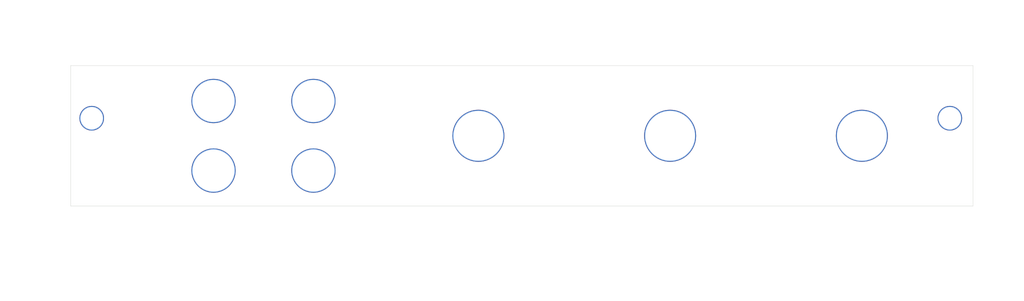
<source format=kicad_pcb>
(kicad_pcb (version 20171130) (host pcbnew 5.1.6-c6e7f7d~87~ubuntu20.04.1)

  (general
    (thickness 1.6)
    (drawings 4)
    (tracks 9)
    (zones 0)
    (modules 0)
    (nets 2)
  )

  (page A4)
  (layers
    (0 Top signal)
    (1 Route2 signal)
    (2 Route15 signal)
    (31 Bottom signal)
    (32 B.Adhes user)
    (33 F.Adhes user)
    (34 B.Paste user)
    (35 F.Paste user)
    (36 B.SilkS user)
    (37 F.SilkS user)
    (38 B.Mask user)
    (39 F.Mask user)
    (40 Dwgs.User user)
    (41 Cmts.User user)
    (42 Eco1.User user)
    (43 Eco2.User user)
    (44 Edge.Cuts user)
    (45 Margin user)
    (46 B.CrtYd user)
    (47 F.CrtYd user)
    (48 B.Fab user)
    (49 F.Fab user)
  )

  (setup
    (last_trace_width 0.25)
    (trace_clearance 0.1524)
    (zone_clearance 0.508)
    (zone_45_only no)
    (trace_min 0.2)
    (via_size 0.8)
    (via_drill 0.4)
    (via_min_size 0.4)
    (via_min_drill 0.3)
    (uvia_size 0.3)
    (uvia_drill 0.1)
    (uvias_allowed no)
    (uvia_min_size 0.2)
    (uvia_min_drill 0.1)
    (edge_width 0.05)
    (segment_width 0.2)
    (pcb_text_width 0.3)
    (pcb_text_size 1.5 1.5)
    (mod_edge_width 0.12)
    (mod_text_size 1 1)
    (mod_text_width 0.15)
    (pad_size 1.524 1.524)
    (pad_drill 0.762)
    (pad_to_mask_clearance 0.05)
    (aux_axis_origin 0 0)
    (visible_elements FFFFFF7F)
    (pcbplotparams
      (layerselection 0x010fc_ffffffff)
      (usegerberextensions false)
      (usegerberattributes true)
      (usegerberadvancedattributes true)
      (creategerberjobfile true)
      (excludeedgelayer true)
      (linewidth 0.100000)
      (plotframeref false)
      (viasonmask false)
      (mode 1)
      (useauxorigin false)
      (hpglpennumber 1)
      (hpglpenspeed 20)
      (hpglpendiameter 15.000000)
      (psnegative false)
      (psa4output false)
      (plotreference true)
      (plotvalue true)
      (plotinvisibletext false)
      (padsonsilk false)
      (subtractmaskfromsilk false)
      (outputformat 1)
      (mirror false)
      (drillshape 1)
      (scaleselection 1)
      (outputdirectory ""))
  )

  (net 0 "")
  (net 1 GND)

  (net_class Default "This is the default net class."
    (clearance 0.1524)
    (trace_width 0.25)
    (via_dia 0.8)
    (via_drill 0.4)
    (uvia_dia 0.3)
    (uvia_drill 0.1)
    (add_net GND)
  )

  (gr_line (start 84.2511 115.0036) (end 212.7511 115.0036) (layer Edge.Cuts) (width 0.05) (tstamp 27E809F0))
  (gr_line (start 212.7511 115.0036) (end 212.7511 95.0036) (layer Edge.Cuts) (width 0.05) (tstamp 27E80E40))
  (gr_line (start 212.7511 95.0036) (end 84.2511 95.0036) (layer Edge.Cuts) (width 0.05) (tstamp 27E81280))
  (gr_line (start 84.2511 95.0036) (end 84.2511 115.0036) (layer Edge.Cuts) (width 0.05) (tstamp 27E816A0))

  (via (at 87.2511 102.5036) (size 3.5048) (drill 3.2) (layers Top Bottom) (net 1) (tstamp 24720020))
  (via (at 196.9255 105.003619) (size 7.4048) (drill 7.1) (layers Top Bottom) (net 1) (tstamp 247203B0))
  (via (at 169.6205 105.003619) (size 7.4048) (drill 7.1) (layers Top Bottom) (net 1) (tstamp 24720730))
  (via (at 142.3155 105.003619) (size 7.4048) (drill 7.1) (layers Top Bottom) (net 1) (tstamp 24720AB0))
  (via (at 104.5965 100.050619) (size 6.3048) (drill 6) (layers Top Bottom) (net 1) (tstamp 24720E30))
  (via (at 118.8205 100.050619) (size 6.3048) (drill 6) (layers Top Bottom) (net 1) (tstamp 247211B0))
  (via (at 118.8205 109.956619) (size 6.3048) (drill 6) (layers Top Bottom) (net 1) (tstamp 24721530))
  (via (at 104.5965 109.956619) (size 6.3048) (drill 6) (layers Top Bottom) (net 1) (tstamp 247218B0))
  (via (at 209.4511 102.5036) (size 3.5048) (drill 3.2) (layers Top Bottom) (net 1) (tstamp 24723680))

  (zone (net 0) (net_name "") (layer Top) (tstamp 24721C90) (hatch edge 0.508)
    (priority 6)
    (connect_pads (clearance 0.000001))
    (min_thickness 0.2032)
    (fill (arc_segments 32) (thermal_gap 0.4564) (thermal_bridge_width 0.4564))
    (polygon
      (pts
        (xy 220.0141 128.5418) (xy 74.191481 128.5418) (xy 74.447912 85.6666) (xy 220.0141 85.6666)
      )
    )
  )
  (zone (net 0) (net_name "") (layer Bottom) (tstamp 247227C0) (hatch edge 0.508)
    (priority 6)
    (connect_pads (clearance 0.000001))
    (min_thickness 0.2032)
    (fill (arc_segments 32) (thermal_gap 0.4564) (thermal_bridge_width 0.4564))
    (polygon
      (pts
        (xy 214.6801 117.2388) (xy 82.1683 117.2388) (xy 82.1683 93.552912) (xy 81.705811 92.8802) (xy 214.6801 92.8802)
      )
    )
  )
)

</source>
